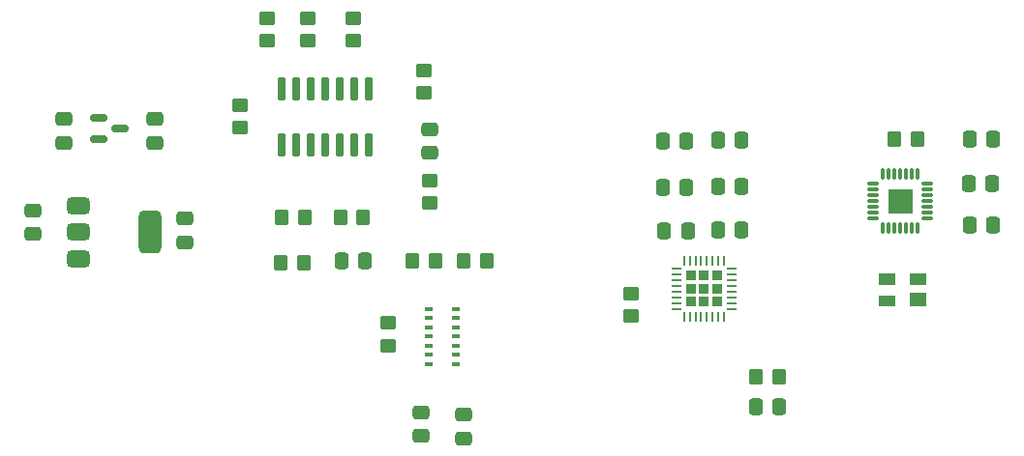
<source format=gbr>
%TF.GenerationSoftware,KiCad,Pcbnew,8.0.8*%
%TF.CreationDate,2025-03-31T16:04:57-05:00*%
%TF.ProjectId,finalproject,66696e61-6c70-4726-9f6a-6563742e6b69,rev?*%
%TF.SameCoordinates,Original*%
%TF.FileFunction,Paste,Top*%
%TF.FilePolarity,Positive*%
%FSLAX46Y46*%
G04 Gerber Fmt 4.6, Leading zero omitted, Abs format (unit mm)*
G04 Created by KiCad (PCBNEW 8.0.8) date 2025-03-31 16:04:57*
%MOMM*%
%LPD*%
G01*
G04 APERTURE LIST*
G04 Aperture macros list*
%AMRoundRect*
0 Rectangle with rounded corners*
0 $1 Rounding radius*
0 $2 $3 $4 $5 $6 $7 $8 $9 X,Y pos of 4 corners*
0 Add a 4 corners polygon primitive as box body*
4,1,4,$2,$3,$4,$5,$6,$7,$8,$9,$2,$3,0*
0 Add four circle primitives for the rounded corners*
1,1,$1+$1,$2,$3*
1,1,$1+$1,$4,$5*
1,1,$1+$1,$6,$7*
1,1,$1+$1,$8,$9*
0 Add four rect primitives between the rounded corners*
20,1,$1+$1,$2,$3,$4,$5,0*
20,1,$1+$1,$4,$5,$6,$7,0*
20,1,$1+$1,$6,$7,$8,$9,0*
20,1,$1+$1,$8,$9,$2,$3,0*%
G04 Aperture macros list end*
%ADD10C,0.010000*%
%ADD11RoundRect,0.032500X0.452500X-0.097500X0.452500X0.097500X-0.452500X0.097500X-0.452500X-0.097500X0*%
%ADD12RoundRect,0.032500X0.097500X-0.452500X0.097500X0.452500X-0.097500X0.452500X-0.097500X-0.452500X0*%
%ADD13RoundRect,0.250000X-0.450000X0.350000X-0.450000X-0.350000X0.450000X-0.350000X0.450000X0.350000X0*%
%ADD14RoundRect,0.250000X0.350000X0.450000X-0.350000X0.450000X-0.350000X-0.450000X0.350000X-0.450000X0*%
%ADD15RoundRect,0.250000X0.450000X-0.350000X0.450000X0.350000X-0.450000X0.350000X-0.450000X-0.350000X0*%
%ADD16RoundRect,0.250000X-0.350000X-0.450000X0.350000X-0.450000X0.350000X0.450000X-0.350000X0.450000X0*%
%ADD17RoundRect,0.232500X0.232500X0.232500X-0.232500X0.232500X-0.232500X-0.232500X0.232500X-0.232500X0*%
%ADD18RoundRect,0.062500X0.375000X0.062500X-0.375000X0.062500X-0.375000X-0.062500X0.375000X-0.062500X0*%
%ADD19RoundRect,0.062500X0.062500X0.375000X-0.062500X0.375000X-0.062500X-0.375000X0.062500X-0.375000X0*%
%ADD20RoundRect,0.087500X0.287500X0.087500X-0.287500X0.087500X-0.287500X-0.087500X0.287500X-0.087500X0*%
%ADD21RoundRect,0.250000X-0.337500X-0.475000X0.337500X-0.475000X0.337500X0.475000X-0.337500X0.475000X0*%
%ADD22RoundRect,0.250000X-0.475000X0.337500X-0.475000X-0.337500X0.475000X-0.337500X0.475000X0.337500X0*%
%ADD23RoundRect,0.250000X0.475000X-0.337500X0.475000X0.337500X-0.475000X0.337500X-0.475000X-0.337500X0*%
%ADD24RoundRect,0.250000X0.337500X0.475000X-0.337500X0.475000X-0.337500X-0.475000X0.337500X-0.475000X0*%
%ADD25RoundRect,0.150000X-0.587500X-0.150000X0.587500X-0.150000X0.587500X0.150000X-0.587500X0.150000X0*%
%ADD26RoundRect,0.375000X-0.625000X-0.375000X0.625000X-0.375000X0.625000X0.375000X-0.625000X0.375000X0*%
%ADD27RoundRect,0.500000X-0.500000X-1.400000X0.500000X-1.400000X0.500000X1.400000X-0.500000X1.400000X0*%
%ADD28RoundRect,0.075000X-0.225000X0.910000X-0.225000X-0.910000X0.225000X-0.910000X0.225000X0.910000X0*%
G04 APERTURE END LIST*
D10*
%TO.C,U1*%
X152718367Y-97747000D02*
X151319000Y-97747000D01*
X151319000Y-96847496D01*
X152718367Y-96847496D01*
X152718367Y-97747000D01*
G36*
X152718367Y-97747000D02*
G01*
X151319000Y-97747000D01*
X151319000Y-96847496D01*
X152718367Y-96847496D01*
X152718367Y-97747000D01*
G37*
X152718851Y-95827000D02*
X151319000Y-95827000D01*
X151319000Y-94926680D01*
X152718851Y-94926680D01*
X152718851Y-95827000D01*
G36*
X152718851Y-95827000D02*
G01*
X151319000Y-95827000D01*
X151319000Y-94926680D01*
X152718851Y-94926680D01*
X152718851Y-95827000D01*
G37*
X155420310Y-95827000D02*
X154019000Y-95827000D01*
X154019000Y-94926100D01*
X155420310Y-94926100D01*
X155420310Y-95827000D01*
G36*
X155420310Y-95827000D02*
G01*
X154019000Y-95827000D01*
X154019000Y-94926100D01*
X155420310Y-94926100D01*
X155420310Y-95827000D01*
G37*
X155422500Y-97747000D02*
X154019000Y-97747000D01*
X154019000Y-96647529D01*
X155422500Y-96647529D01*
X155422500Y-97747000D01*
G36*
X155422500Y-97747000D02*
G01*
X154019000Y-97747000D01*
X154019000Y-96647529D01*
X155422500Y-96647529D01*
X155422500Y-97747000D01*
G37*
%TO.C,UART-TO-USB1*%
X154186000Y-89562000D02*
X152186000Y-89562000D01*
X152186000Y-87562000D01*
X154186000Y-87562000D01*
X154186000Y-89562000D01*
G36*
X154186000Y-89562000D02*
G01*
X152186000Y-89562000D01*
X152186000Y-87562000D01*
X154186000Y-87562000D01*
X154186000Y-89562000D01*
G37*
%TD*%
D11*
%TO.C,UART-TO-USB1*%
X155556000Y-90062000D03*
X155556000Y-89562000D03*
X155556000Y-89062000D03*
X155556000Y-88562000D03*
X155556000Y-88062000D03*
X155556000Y-87562000D03*
X155556000Y-87062000D03*
X150816000Y-87062000D03*
X150816000Y-87562000D03*
X150816000Y-88062000D03*
X150816000Y-88562000D03*
X150816000Y-89062000D03*
X150816000Y-89562000D03*
X150816000Y-90062000D03*
D12*
X151686000Y-90932000D03*
X152186000Y-90932000D03*
X152686000Y-90932000D03*
X153186000Y-90932000D03*
X153686000Y-90932000D03*
X154186000Y-90932000D03*
X154686000Y-90932000D03*
X154686000Y-86192000D03*
X154186000Y-86192000D03*
X153686000Y-86192000D03*
X153186000Y-86192000D03*
X152686000Y-86192000D03*
X152186000Y-86192000D03*
X151686000Y-86192000D03*
%TD*%
D13*
%TO.C,R16*%
X129667000Y-96683000D03*
X129667000Y-98683000D03*
%TD*%
D14*
%TO.C,R15*%
X152670000Y-83144000D03*
X154670000Y-83144000D03*
%TD*%
D15*
%TO.C,R14*%
X108391499Y-99234500D03*
X108391499Y-101234500D03*
%TD*%
D16*
%TO.C,R13*%
X140605000Y-104013000D03*
X142605000Y-104013000D03*
%TD*%
D15*
%TO.C,R12*%
X112077000Y-86757000D03*
X112077000Y-88757000D03*
%TD*%
D14*
%TO.C,R11*%
X99012000Y-93980000D03*
X101012000Y-93980000D03*
%TD*%
%TO.C,R10*%
X99123000Y-90043000D03*
X101123000Y-90043000D03*
%TD*%
D13*
%TO.C,R9*%
X95440000Y-82153000D03*
X95440000Y-80153000D03*
%TD*%
%TO.C,R8*%
X111569000Y-77105000D03*
X111569000Y-79105000D03*
%TD*%
%TO.C,R6*%
X97853000Y-74533000D03*
X97853000Y-72533000D03*
%TD*%
%TO.C,R5*%
X105346000Y-72533000D03*
X105346000Y-74533000D03*
%TD*%
D15*
%TO.C,R4*%
X101409000Y-74533000D03*
X101409000Y-72533000D03*
%TD*%
D14*
%TO.C,R3*%
X104219000Y-90043000D03*
X106219000Y-90043000D03*
%TD*%
D16*
%TO.C,R2*%
X112550499Y-93843500D03*
X110550499Y-93843500D03*
%TD*%
%TO.C,R1*%
X114995499Y-93843500D03*
X116995499Y-93843500D03*
%TD*%
D17*
%TO.C,MCU1*%
X137187000Y-97411500D03*
X137187000Y-96261500D03*
X137187000Y-95111500D03*
X136037000Y-97411500D03*
X136037000Y-96261500D03*
X136037000Y-95111500D03*
X134887000Y-97411500D03*
X134887000Y-96261500D03*
X134887000Y-95111500D03*
D18*
X138474500Y-98011500D03*
X138474500Y-97511500D03*
X138474500Y-97011500D03*
X138474500Y-96511500D03*
X138474500Y-96011500D03*
X138474500Y-95511500D03*
X138474500Y-95011500D03*
X138474500Y-94511500D03*
D19*
X137787000Y-93824000D03*
X137287000Y-93824000D03*
X136787000Y-93824000D03*
X136287000Y-93824000D03*
X135787000Y-93824000D03*
X135287000Y-93824000D03*
X134787000Y-93824000D03*
X134287000Y-93824000D03*
D18*
X133599500Y-94511500D03*
X133599500Y-95011500D03*
X133599500Y-95511500D03*
X133599500Y-96011500D03*
X133599500Y-96511500D03*
X133599500Y-97011500D03*
X133599500Y-97511500D03*
X133599500Y-98011500D03*
D19*
X134287000Y-98699000D03*
X134787000Y-98699000D03*
X135287000Y-98699000D03*
X135787000Y-98699000D03*
X136287000Y-98699000D03*
X136787000Y-98699000D03*
X137287000Y-98699000D03*
X137787000Y-98699000D03*
%TD*%
D20*
%TO.C,HEART1*%
X111960499Y-102847500D03*
X111960499Y-102047500D03*
X111960499Y-101247500D03*
X111960499Y-100447500D03*
X111960499Y-99647500D03*
X111960499Y-98847500D03*
X111960499Y-98047500D03*
X114360499Y-98047500D03*
X114360499Y-98847500D03*
X114360499Y-99647500D03*
X114360499Y-100447500D03*
X114360499Y-101247500D03*
X114360499Y-102047500D03*
X114360499Y-102847500D03*
%TD*%
D21*
%TO.C,C18*%
X161333000Y-83144000D03*
X159258000Y-83144000D03*
%TD*%
D22*
%TO.C,C17*%
X90642000Y-90127000D03*
X90642000Y-92202000D03*
%TD*%
D23*
%TO.C,C16*%
X77307000Y-91483000D03*
X77307000Y-89408000D03*
%TD*%
D22*
%TO.C,C15*%
X88011000Y-81385500D03*
X88011000Y-83460500D03*
%TD*%
D23*
%TO.C,C14*%
X80010000Y-83460500D03*
X80010000Y-81385500D03*
%TD*%
D24*
%TO.C,C13*%
X142642500Y-106621000D03*
X140567500Y-106621000D03*
%TD*%
D21*
%TO.C,C12*%
X137265500Y-91079000D03*
X139340500Y-91079000D03*
%TD*%
%TO.C,C11*%
X132566500Y-91206000D03*
X134641500Y-91206000D03*
%TD*%
%TO.C,C10*%
X137265500Y-87269000D03*
X139340500Y-87269000D03*
%TD*%
%TO.C,C9*%
X161251500Y-87081000D03*
X159176500Y-87081000D03*
%TD*%
%TO.C,C8*%
X161333000Y-90704000D03*
X159258000Y-90704000D03*
%TD*%
%TO.C,C7*%
X132439500Y-87396000D03*
X134514500Y-87396000D03*
%TD*%
D24*
%TO.C,C6*%
X139340500Y-83205000D03*
X137265500Y-83205000D03*
%TD*%
D21*
%TO.C,C5*%
X132439500Y-83332000D03*
X134514500Y-83332000D03*
%TD*%
D23*
%TO.C,C4*%
X112077000Y-82274500D03*
X112077000Y-84349500D03*
%TD*%
D24*
%TO.C,C3*%
X104308500Y-93853000D03*
X106383500Y-93853000D03*
%TD*%
D22*
%TO.C,C2*%
X111312499Y-109151500D03*
X111312499Y-107076500D03*
%TD*%
%TO.C,C1*%
X114995499Y-109384000D03*
X114995499Y-107309000D03*
%TD*%
D25*
%TO.C,5V_3.3V1*%
X83058000Y-81280000D03*
X83058000Y-83180000D03*
X84933000Y-82230000D03*
%TD*%
D26*
%TO.C,3.3V_1.8V1*%
X81294000Y-93613000D03*
D27*
X87594000Y-91313000D03*
D26*
X81294000Y-91313000D03*
X81294000Y-89013000D03*
%TD*%
D28*
%TO.C,GSR1*%
X106743000Y-83690000D03*
X105473000Y-83690000D03*
X104203000Y-83690000D03*
X102933000Y-83690000D03*
X101663000Y-83690000D03*
X100393000Y-83690000D03*
X99123000Y-83690000D03*
X99123000Y-78740000D03*
X100393000Y-78740000D03*
X101663000Y-78740000D03*
X102933000Y-78740000D03*
X104203000Y-78740000D03*
X105473000Y-78740000D03*
X106743000Y-78740000D03*
%TD*%
M02*

</source>
